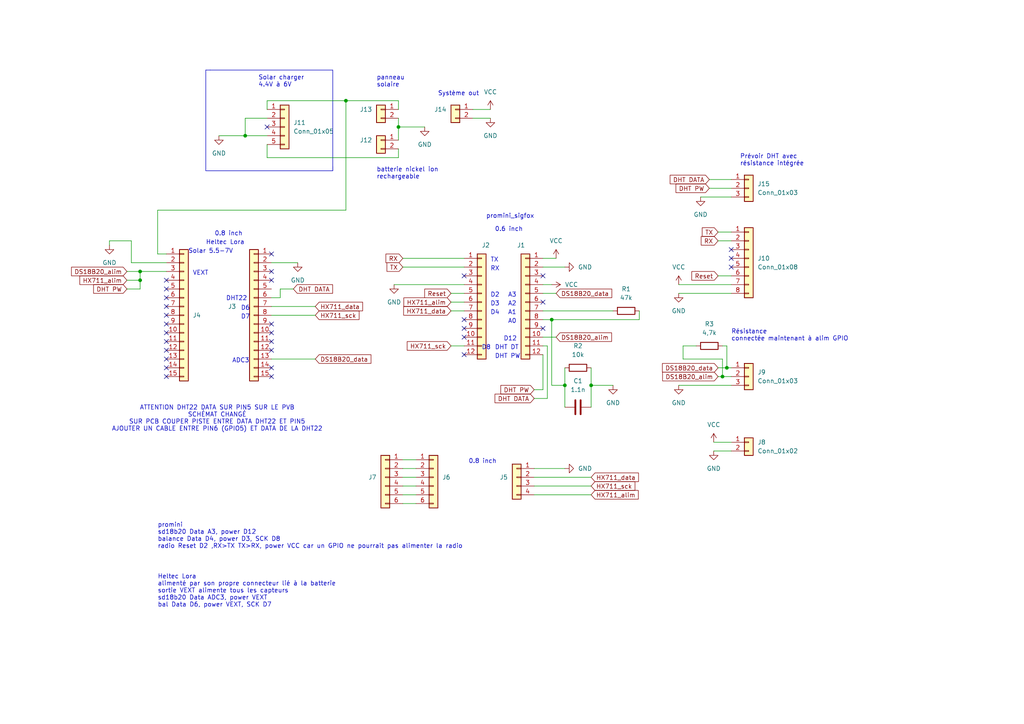
<source format=kicad_sch>
(kicad_sch (version 20231120) (generator "eeschema") (generator_version "8.0")
  (paper "A4")
  (title_block (date "sam. 04 avril 2015"))
  (lib_symbols
    (symbol "Connector_Generic:Conn_01x02" (pin_names (offset 1.016) hide)
      (property "Reference" "J" (at 0 2.54 0))
      (property "Value" "Conn_01x02" (at 0 -5.08 0))
      (symbol "Conn_01x02_1_1"
        (rectangle (start -1.27 -2.413) (end 0 -2.667) (stroke (width 0.1524)))
        (rectangle (start -1.27 0.127) (end 0 -0.127) (stroke (width 0.1524)))
        (rectangle (start -1.27 1.27) (end 1.27 -3.81) (stroke (width 0.254)) (fill (type background)))
        (pin passive line (at -5.08 0 0) (length 3.81) (name "Pin_1") (number "1"))
        (pin passive line (at -5.08 -2.54 0) (length 3.81) (name "Pin_2") (number "2"))
      )
    )
    (symbol "Connector_Generic:Conn_01x03" (pin_names (offset 1.016) hide)
      (property "Reference" "J" (at 0 5.08 0))
      (property "Value" "Conn_01x03" (at 0 -5.08 0))
      (symbol "Conn_01x03_1_1"
        (rectangle (start -1.27 -2.413) (end 0 -2.667) (stroke (width 0.1524)))
        (rectangle (start -1.27 0.127) (end 0 -0.127) (stroke (width 0.1524)))
        (rectangle (start -1.27 2.667) (end 0 2.413) (stroke (width 0.1524)))
        (rectangle (start -1.27 3.81) (end 1.27 -3.81) (stroke (width 0.254)) (fill (type background)))
        (pin passive line (at -5.08 2.54 0) (length 3.81) (name "Pin_1") (number "1"))
        (pin passive line (at -5.08 0 0) (length 3.81) (name "Pin_2") (number "2"))
        (pin passive line (at -5.08 -2.54 0) (length 3.81) (name "Pin_3") (number "3"))
      )
    )
    (symbol "Connector_Generic:Conn_01x04" (pin_names (offset 1.016) hide)
      (property "Reference" "J" (at 0 5.08 0))
      (property "Value" "Conn_01x04" (at 0 -7.62 0))
      (symbol "Conn_01x04_1_1"
        (rectangle (start -1.27 -4.953) (end 0 -5.207) (stroke (width 0.1524)))
        (rectangle (start -1.27 -2.413) (end 0 -2.667) (stroke (width 0.1524)))
        (rectangle (start -1.27 0.127) (end 0 -0.127) (stroke (width 0.1524)))
        (rectangle (start -1.27 2.667) (end 0 2.413) (stroke (width 0.1524)))
        (rectangle (start -1.27 3.81) (end 1.27 -6.35) (stroke (width 0.254)) (fill (type background)))
        (pin passive line (at -5.08 2.54 0) (length 3.81) (name "Pin_1") (number "1"))
        (pin passive line (at -5.08 0 0) (length 3.81) (name "Pin_2") (number "2"))
        (pin passive line (at -5.08 -2.54 0) (length 3.81) (name "Pin_3") (number "3"))
        (pin passive line (at -5.08 -5.08 0) (length 3.81) (name "Pin_4") (number "4"))
      )
    )
    (symbol "Connector_Generic:Conn_01x05" (pin_names (offset 1.016) hide)
      (property "Reference" "J" (at 0 7.62 0))
      (property "Value" "Conn_01x05" (at 0 -7.62 0))
      (symbol "Conn_01x05_1_1"
        (rectangle (start -1.27 -4.953) (end 0 -5.207) (stroke (width 0.1524)))
        (rectangle (start -1.27 -2.413) (end 0 -2.667) (stroke (width 0.1524)))
        (rectangle (start -1.27 0.127) (end 0 -0.127) (stroke (width 0.1524)))
        (rectangle (start -1.27 2.667) (end 0 2.413) (stroke (width 0.1524)))
        (rectangle (start -1.27 5.207) (end 0 4.953) (stroke (width 0.1524)))
        (rectangle (start -1.27 6.35) (end 1.27 -6.35) (stroke (width 0.254)) (fill (type background)))
        (pin passive line (at -5.08 5.08 0) (length 3.81) (name "Pin_1") (number "1"))
        (pin passive line (at -5.08 2.54 0) (length 3.81) (name "Pin_2") (number "2"))
        (pin passive line (at -5.08 0 0) (length 3.81) (name "Pin_3") (number "3"))
        (pin passive line (at -5.08 -2.54 0) (length 3.81) (name "Pin_4") (number "4"))
        (pin passive line (at -5.08 -5.08 0) (length 3.81) (name "Pin_5") (number "5"))
      )
    )
    (symbol "Connector_Generic:Conn_01x06" (pin_names (offset 1.016) hide)
      (property "Reference" "J" (at 0 7.62 0))
      (property "Value" "Conn_01x06" (at 0 -10.16 0))
      (symbol "Conn_01x06_1_1"
        (rectangle (start -1.27 -7.493) (end 0 -7.747) (stroke (width 0.1524)))
        (rectangle (start -1.27 -4.953) (end 0 -5.207) (stroke (width 0.1524)))
        (rectangle (start -1.27 -2.413) (end 0 -2.667) (stroke (width 0.1524)))
        (rectangle (start -1.27 0.127) (end 0 -0.127) (stroke (width 0.1524)))
        (rectangle (start -1.27 2.667) (end 0 2.413) (stroke (width 0.1524)))
        (rectangle (start -1.27 5.207) (end 0 4.953) (stroke (width 0.1524)))
        (rectangle (start -1.27 6.35) (end 1.27 -8.89) (stroke (width 0.254)) (fill (type background)))
        (pin passive line (at -5.08 5.08 0) (length 3.81) (name "Pin_1") (number "1"))
        (pin passive line (at -5.08 2.54 0) (length 3.81) (name "Pin_2") (number "2"))
        (pin passive line (at -5.08 0 0) (length 3.81) (name "Pin_3") (number "3"))
        (pin passive line (at -5.08 -2.54 0) (length 3.81) (name "Pin_4") (number "4"))
        (pin passive line (at -5.08 -5.08 0) (length 3.81) (name "Pin_5") (number "5"))
        (pin passive line (at -5.08 -7.62 0) (length 3.81) (name "Pin_6") (number "6"))
      )
    )
    (symbol "Connector_Generic:Conn_01x08" (pin_names (offset 1.016) hide)
      (property "Reference" "J" (at 0 10.16 0))
      (property "Value" "Conn_01x08" (at 0 -12.7 0))
      (symbol "Conn_01x08_1_1"
        (rectangle (start -1.27 -10.033) (end 0 -10.287) (stroke (width 0.1524)))
        (rectangle (start -1.27 -7.493) (end 0 -7.747) (stroke (width 0.1524)))
        (rectangle (start -1.27 -4.953) (end 0 -5.207) (stroke (width 0.1524)))
        (rectangle (start -1.27 -2.413) (end 0 -2.667) (stroke (width 0.1524)))
        (rectangle (start -1.27 0.127) (end 0 -0.127) (stroke (width 0.1524)))
        (rectangle (start -1.27 2.667) (end 0 2.413) (stroke (width 0.1524)))
        (rectangle (start -1.27 5.207) (end 0 4.953) (stroke (width 0.1524)))
        (rectangle (start -1.27 7.747) (end 0 7.493) (stroke (width 0.1524)))
        (rectangle (start -1.27 8.89) (end 1.27 -11.43) (stroke (width 0.254)) (fill (type background)))
        (pin passive line (at -5.08 7.62 0) (length 3.81) (name "Pin_1") (number "1"))
        (pin passive line (at -5.08 5.08 0) (length 3.81) (name "Pin_2") (number "2"))
        (pin passive line (at -5.08 2.54 0) (length 3.81) (name "Pin_3") (number "3"))
        (pin passive line (at -5.08 0 0) (length 3.81) (name "Pin_4") (number "4"))
        (pin passive line (at -5.08 -2.54 0) (length 3.81) (name "Pin_5") (number "5"))
        (pin passive line (at -5.08 -5.08 0) (length 3.81) (name "Pin_6") (number "6"))
        (pin passive line (at -5.08 -7.62 0) (length 3.81) (name "Pin_7") (number "7"))
        (pin passive line (at -5.08 -10.16 0) (length 3.81) (name "Pin_8") (number "8"))
      )
    )
    (symbol "Connector_Generic:Conn_01x12" (pin_names (offset 1.016) hide)
      (property "Reference" "J" (at 0 15.24 0))
      (property "Value" "Conn_01x12" (at 0 -17.78 0))
      (symbol "Conn_01x12_1_1"
        (rectangle (start -1.27 -15.113) (end 0 -15.367) (stroke (width 0.1524)))
        (rectangle (start -1.27 -12.573) (end 0 -12.827) (stroke (width 0.1524)))
        (rectangle (start -1.27 -10.033) (end 0 -10.287) (stroke (width 0.1524)))
        (rectangle (start -1.27 -7.493) (end 0 -7.747) (stroke (width 0.1524)))
        (rectangle (start -1.27 -4.953) (end 0 -5.207) (stroke (width 0.1524)))
        (rectangle (start -1.27 -2.413) (end 0 -2.667) (stroke (width 0.1524)))
        (rectangle (start -1.27 0.127) (end 0 -0.127) (stroke (width 0.1524)))
        (rectangle (start -1.27 2.667) (end 0 2.413) (stroke (width 0.1524)))
        (rectangle (start -1.27 5.207) (end 0 4.953) (stroke (width 0.1524)))
        (rectangle (start -1.27 7.747) (end 0 7.493) (stroke (width 0.1524)))
        (rectangle (start -1.27 10.287) (end 0 10.033) (stroke (width 0.1524)))
        (rectangle (start -1.27 12.827) (end 0 12.573) (stroke (width 0.1524)))
        (rectangle (start -1.27 13.97) (end 1.27 -16.51) (stroke (width 0.254)) (fill (type background)))
        (pin passive line (at -5.08 12.7 0) (length 3.81) (name "Pin_1") (number "1"))
        (pin passive line (at -5.08 -10.16 0) (length 3.81) (name "Pin_10") (number "10"))
        (pin passive line (at -5.08 -12.7 0) (length 3.81) (name "Pin_11") (number "11"))
        (pin passive line (at -5.08 -15.24 0) (length 3.81) (name "Pin_12") (number "12"))
        (pin passive line (at -5.08 10.16 0) (length 3.81) (name "Pin_2") (number "2"))
        (pin passive line (at -5.08 7.62 0) (length 3.81) (name "Pin_3") (number "3"))
        (pin passive line (at -5.08 5.08 0) (length 3.81) (name "Pin_4") (number "4"))
        (pin passive line (at -5.08 2.54 0) (length 3.81) (name "Pin_5") (number "5"))
        (pin passive line (at -5.08 0 0) (length 3.81) (name "Pin_6") (number "6"))
        (pin passive line (at -5.08 -2.54 0) (length 3.81) (name "Pin_7") (number "7"))
        (pin passive line (at -5.08 -5.08 0) (length 3.81) (name "Pin_8") (number "8"))
        (pin passive line (at -5.08 -7.62 0) (length 3.81) (name "Pin_9") (number "9"))
      )
    )
    (symbol "Connector_Generic:Conn_01x15" (pin_names (offset 1.016) hide)
      (property "Reference" "J" (at 0 20.32 0))
      (property "Value" "Conn_01x15" (at 0 -20.32 0))
      (symbol "Conn_01x15_1_1"
        (rectangle (start -1.27 -17.653) (end 0 -17.907) (stroke (width 0.1524)))
        (rectangle (start -1.27 -15.113) (end 0 -15.367) (stroke (width 0.1524)))
        (rectangle (start -1.27 -12.573) (end 0 -12.827) (stroke (width 0.1524)))
        (rectangle (start -1.27 -10.033) (end 0 -10.287) (stroke (width 0.1524)))
        (rectangle (start -1.27 -7.493) (end 0 -7.747) (stroke (width 0.1524)))
        (rectangle (start -1.27 -4.953) (end 0 -5.207) (stroke (width 0.1524)))
        (rectangle (start -1.27 -2.413) (end 0 -2.667) (stroke (width 0.1524)))
        (rectangle (start -1.27 0.127) (end 0 -0.127) (stroke (width 0.1524)))
        (rectangle (start -1.27 2.667) (end 0 2.413) (stroke (width 0.1524)))
        (rectangle (start -1.27 5.207) (end 0 4.953) (stroke (width 0.1524)))
        (rectangle (start -1.27 7.747) (end 0 7.493) (stroke (width 0.1524)))
        (rectangle (start -1.27 10.287) (end 0 10.033) (stroke (width 0.1524)))
        (rectangle (start -1.27 12.827) (end 0 12.573) (stroke (width 0.1524)))
        (rectangle (start -1.27 15.367) (end 0 15.113) (stroke (width 0.1524)))
        (rectangle (start -1.27 17.907) (end 0 17.653) (stroke (width 0.1524)))
        (rectangle (start -1.27 19.05) (end 1.27 -19.05) (stroke (width 0.254)) (fill (type background)))
        (pin passive line (at -5.08 17.78 0) (length 3.81) (name "Pin_1") (number "1"))
        (pin passive line (at -5.08 -5.08 0) (length 3.81) (name "Pin_10") (number "10"))
        (pin passive line (at -5.08 -7.62 0) (length 3.81) (name "Pin_11") (number "11"))
        (pin passive line (at -5.08 -10.16 0) (length 3.81) (name "Pin_12") (number "12"))
        (pin passive line (at -5.08 -12.7 0) (length 3.81) (name "Pin_13") (number "13"))
        (pin passive line (at -5.08 -15.24 0) (length 3.81) (name "Pin_14") (number "14"))
        (pin passive line (at -5.08 -17.78 0) (length 3.81) (name "Pin_15") (number "15"))
        (pin passive line (at -5.08 15.24 0) (length 3.81) (name "Pin_2") (number "2"))
        (pin passive line (at -5.08 12.7 0) (length 3.81) (name "Pin_3") (number "3"))
        (pin passive line (at -5.08 10.16 0) (length 3.81) (name "Pin_4") (number "4"))
        (pin passive line (at -5.08 7.62 0) (length 3.81) (name "Pin_5") (number "5"))
        (pin passive line (at -5.08 5.08 0) (length 3.81) (name "Pin_6") (number "6"))
        (pin passive line (at -5.08 2.54 0) (length 3.81) (name "Pin_7") (number "7"))
        (pin passive line (at -5.08 0 0) (length 3.81) (name "Pin_8") (number "8"))
        (pin passive line (at -5.08 -2.54 0) (length 3.81) (name "Pin_9") (number "9"))
      )
    )
    (symbol "Device:C" (pin_numbers hide) (pin_names (offset 0.254))
      (property "Reference" "C" (at 0.635 2.54 0))
      (property "Value" "C" (at 0.635 -2.54 0))
      (symbol "C_0_1"
        (polyline (pts (xy -2.032 -0.762) (xy 2.032 -0.762)) (stroke (width 0.508)))
        (polyline (pts (xy -2.032 0.762) (xy 2.032 0.762)) (stroke (width 0.508)))
      )
      (symbol "C_1_1"
        (pin passive line (at 0 3.81 270) (length 2.794) (name "~") (number "1"))
        (pin passive line (at 0 -3.81 90) (length 2.794) (name "~") (number "2"))
      )
    )
    (symbol "Device:R" (pin_numbers hide) (pin_names (offset 0))
      (property "Reference" "R" (at 2.032 0 90))
      (property "Value" "R" (at 0 0 90))
      (symbol "R_0_1"
        (rectangle (start -1.016 -2.54) (end 1.016 2.54) (stroke (width 0.254)))
      )
      (symbol "R_1_1"
        (pin passive line (at 0 3.81 270) (length 1.27) (name "~") (number "1"))
        (pin passive line (at 0 -3.81 90) (length 1.27) (name "~") (number "2"))
      )
    )
    (symbol "GND_1" (power) (pin_names (offset 0))
      (property "Value" "GND_1" (at 0 -3.81 0))
      (symbol "GND_1_0_1"
        (polyline (pts (xy 0 0) (xy 0 -1.27) (xy 1.27 -1.27) (xy 0 -2.54) (xy -1.27 -1.27) (xy 0 -1.27)))
      )
      (symbol "GND_1_1_1"
        (pin power_in line (at 0 0 270) (length 0) hide (name "GND") (number "1"))
      )
    )
    (symbol "VCC_1" (power) (pin_names (offset 0))
      (property "Value" "VCC_1" (at 0 3.81 0))
      (symbol "VCC_1_0_1"
        (polyline (pts (xy -0.762 1.27) (xy 0 2.54)))
        (polyline (pts (xy 0 0) (xy 0 2.54)))
        (polyline (pts (xy 0 2.54) (xy 0.762 1.27)))
      )
      (symbol "VCC_1_1_1"
        (pin power_in line (at 0 0 90) (length 0) hide (name "VCC") (number "1"))
      )
    )
    (symbol "power:GND" (power) (pin_names (offset 0))
      (property "Value" "GND" (at 0 -3.81 0))
      (symbol "GND_0_1"
        (polyline (pts (xy 0 0) (xy 0 -1.27) (xy 1.27 -1.27) (xy 0 -2.54) (xy -1.27 -1.27) (xy 0 -1.27)))
      )
      (symbol "GND_1_1"
        (pin power_in line (at 0 0 270) (length 0) hide (name "GND") (number "1"))
      )
    )
    (symbol "power:VCC" (power) (pin_names (offset 0))
      (property "Value" "VCC" (at 0 3.81 0))
      (symbol "VCC_0_1"
        (polyline (pts (xy -0.762 1.27) (xy 0 2.54)))
        (polyline (pts (xy 0 0) (xy 0 2.54)))
        (polyline (pts (xy 0 2.54) (xy 0.762 1.27)))
      )
      (symbol "VCC_1_1"
        (pin power_in line (at 0 0 90) (length 0) hide (name "VCC") (number "1"))
      )
    )
  )
  (junction (at 115.57 36.83))
  (junction (at 210.82 106.68))
  (junction (at 160.02 92.71))
  (junction (at 100.33 29.21))
  (junction (at 40.64 81.28))
  (junction (at 171.45 111.76))
  (junction (at 40.64 78.74))
  (junction (at 163.83 111.76))
  (junction (at 71.12 39.37))
  (junction (at 209.55 109.22))
  (no_connect (at 48.26 86.36))
  (no_connect (at 78.74 99.06))
  (no_connect (at 78.74 96.52))
  (no_connect (at 134.62 92.71))
  (no_connect (at 78.74 81.28))
  (no_connect (at 48.26 99.06))
  (no_connect (at 48.26 83.82))
  (no_connect (at 78.74 109.22))
  (no_connect (at 157.48 80.01))
  (no_connect (at 78.74 93.98))
  (no_connect (at 48.26 101.6))
  (no_connect (at 212.09 72.39))
  (no_connect (at 48.26 106.68))
  (no_connect (at 48.26 109.22))
  (no_connect (at 78.74 106.68))
  (no_connect (at 48.26 96.52))
  (no_connect (at 134.62 102.87))
  (no_connect (at 157.48 87.63))
  (no_connect (at 48.26 91.44))
  (no_connect (at 78.74 73.66))
  (no_connect (at 134.62 95.25))
  (no_connect (at 48.26 104.14))
  (no_connect (at 48.26 81.28))
  (no_connect (at 134.62 97.79))
  (no_connect (at 78.74 101.6))
  (no_connect (at 48.26 93.98))
  (no_connect (at 77.47 36.83))
  (no_connect (at 157.48 95.25))
  (no_connect (at 134.62 80.01))
  (no_connect (at 212.09 77.47))
  (no_connect (at 78.74 78.74))
  (no_connect (at 48.26 88.9))
  (no_connect (at 212.09 74.93))
  (wire (pts (xy 157.48 97.79) (xy 161.29 97.79)))
  (wire (pts (xy 77.47 29.21) (xy 77.47 31.75)))
  (wire (pts (xy 40.64 78.74) (xy 48.26 78.74)))
  (wire (pts (xy 81.28 83.82) (xy 81.28 86.36)))
  (wire (pts (xy 116.84 143.51) (xy 120.65 143.51)))
  (wire (pts (xy 36.83 83.82) (xy 40.64 83.82)))
  (wire (pts (xy 45.72 73.66) (xy 48.26 73.66)))
  (wire (pts (xy 205.74 54.61) (xy 212.09 54.61)))
  (wire (pts (xy 114.3 82.55) (xy 134.62 82.55)))
  (wire (pts (xy 157.48 85.09) (xy 161.29 85.09)))
  (wire (pts (xy 163.83 111.76) (xy 163.83 118.11)))
  (wire (pts (xy 77.47 41.91) (xy 77.47 45.72)))
  (wire (pts (xy 36.83 78.74) (xy 40.64 78.74)))
  (polyline (pts (xy 59.69 49.53) (xy 96.52 49.53)))
  (wire (pts (xy 154.94 135.89) (xy 163.83 135.89)))
  (polyline (pts (xy 60.96 20.32) (xy 96.52 20.32)))
  (wire (pts (xy 100.33 60.96) (xy 45.72 60.96)))
  (wire (pts (xy 209.55 104.14) (xy 209.55 109.22)))
  (wire (pts (xy 116.84 74.93) (xy 134.62 74.93)))
  (wire (pts (xy 100.33 29.21) (xy 100.33 60.96)))
  (wire (pts (xy 198.12 100.33) (xy 198.12 104.14)))
  (wire (pts (xy 160.02 92.71) (xy 160.02 111.76)))
  (wire (pts (xy 116.84 140.97) (xy 120.65 140.97)))
  (wire (pts (xy 208.28 67.31) (xy 212.09 67.31)))
  (wire (pts (xy 38.1 69.85) (xy 31.75 69.85)))
  (wire (pts (xy 31.75 69.85) (xy 31.75 71.12)))
  (wire (pts (xy 205.74 52.07) (xy 212.09 52.07)))
  (wire (pts (xy 157.48 82.55) (xy 160.02 82.55)))
  (wire (pts (xy 115.57 36.83) (xy 123.19 36.83)))
  (wire (pts (xy 207.01 130.81) (xy 212.09 130.81)))
  (wire (pts (xy 63.5 39.37) (xy 71.12 39.37)))
  (wire (pts (xy 81.28 86.36) (xy 78.74 86.36)))
  (wire (pts (xy 115.57 29.21) (xy 100.33 29.21)))
  (wire (pts (xy 210.82 106.68) (xy 212.09 106.68)))
  (wire (pts (xy 157.48 92.71) (xy 160.02 92.71)))
  (wire (pts (xy 40.64 83.82) (xy 40.64 81.28)))
  (wire (pts (xy 116.84 135.89) (xy 120.65 135.89)))
  (wire (pts (xy 160.02 111.76) (xy 163.83 111.76)))
  (wire (pts (xy 115.57 34.29) (xy 115.57 36.83)))
  (wire (pts (xy 130.81 90.17) (xy 134.62 90.17)))
  (wire (pts (xy 115.57 36.83) (xy 115.57 40.64)))
  (wire (pts (xy 45.72 60.96) (xy 45.72 73.66)))
  (wire (pts (xy 71.12 34.29) (xy 71.12 39.37)))
  (wire (pts (xy 196.85 82.55) (xy 212.09 82.55)))
  (wire (pts (xy 203.2 57.15) (xy 212.09 57.15)))
  (wire (pts (xy 157.48 102.87) (xy 157.48 113.03)))
  (wire (pts (xy 130.81 85.09) (xy 134.62 85.09)))
  (wire (pts (xy 198.12 104.14) (xy 209.55 104.14)))
  (wire (pts (xy 130.81 87.63) (xy 134.62 87.63)))
  (wire (pts (xy 115.57 45.72) (xy 77.47 45.72)))
  (wire (pts (xy 208.28 69.85) (xy 212.09 69.85)))
  (wire (pts (xy 209.55 109.22) (xy 212.09 109.22)))
  (wire (pts (xy 38.1 76.2) (xy 38.1 69.85)))
  (wire (pts (xy 77.47 34.29) (xy 71.12 34.29)))
  (wire (pts (xy 137.16 34.29) (xy 142.24 34.29)))
  (wire (pts (xy 208.28 109.22) (xy 209.55 109.22)))
  (wire (pts (xy 185.42 92.71) (xy 185.42 90.17)))
  (wire (pts (xy 157.48 113.03) (xy 154.94 113.03)))
  (wire (pts (xy 130.81 100.33) (xy 134.62 100.33)))
  (wire (pts (xy 157.48 77.47) (xy 163.83 77.47)))
  (wire (pts (xy 115.57 43.18) (xy 115.57 45.72)))
  (wire (pts (xy 154.94 138.43) (xy 171.45 138.43)))
  (wire (pts (xy 116.84 146.05) (xy 120.65 146.05)))
  (wire (pts (xy 115.57 31.75) (xy 115.57 29.21)))
  (wire (pts (xy 116.84 133.35) (xy 120.65 133.35)))
  (wire (pts (xy 40.64 81.28) (xy 40.64 78.74)))
  (wire (pts (xy 158.75 115.57) (xy 154.94 115.57)))
  (wire (pts (xy 209.55 100.33) (xy 210.82 100.33)))
  (wire (pts (xy 154.94 143.51) (xy 171.45 143.51)))
  (wire (pts (xy 198.12 100.33) (xy 201.93 100.33)))
  (polyline (pts (xy 59.69 20.32) (xy 60.96 20.32)))
  (wire (pts (xy 85.09 83.82) (xy 81.28 83.82)))
  (wire (pts (xy 116.84 138.43) (xy 120.65 138.43)))
  (wire (pts (xy 157.48 90.17) (xy 177.8 90.17)))
  (wire (pts (xy 160.02 92.71) (xy 185.42 92.71)))
  (wire (pts (xy 210.82 100.33) (xy 210.82 106.68)))
  (wire (pts (xy 78.74 76.2) (xy 86.36 76.2)))
  (wire (pts (xy 36.83 81.28) (xy 40.64 81.28)))
  (wire (pts (xy 78.74 104.14) (xy 91.44 104.14)))
  (wire (pts (xy 78.74 88.9) (xy 91.44 88.9)))
  (wire (pts (xy 71.12 39.37) (xy 77.47 39.37)))
  (polyline (pts (xy 96.52 49.53) (xy 96.52 48.26)))
  (wire (pts (xy 171.45 106.68) (xy 171.45 111.76)))
  (wire (pts (xy 208.28 106.68) (xy 210.82 106.68)))
  (wire (pts (xy 171.45 111.76) (xy 171.45 118.11)))
  (wire (pts (xy 157.48 100.33) (xy 158.75 100.33)))
  (wire (pts (xy 207.01 128.27) (xy 212.09 128.27)))
  (wire (pts (xy 154.94 140.97) (xy 171.45 140.97)))
  (wire (pts (xy 48.26 76.2) (xy 38.1 76.2)))
  (polyline (pts (xy 59.69 49.53) (xy 59.69 20.32)))
  (wire (pts (xy 171.45 111.76) (xy 177.8 111.76)))
  (wire (pts (xy 208.28 80.01) (xy 212.09 80.01)))
  (wire (pts (xy 163.83 106.68) (xy 163.83 111.76)))
  (wire (pts (xy 196.85 111.76) (xy 212.09 111.76)))
  (wire (pts (xy 137.16 31.75) (xy 142.24 31.75)))
  (polyline (pts (xy 96.52 20.32) (xy 96.52 49.53)))
  (wire (pts (xy 100.33 29.21) (xy 77.47 29.21)))
  (wire (pts (xy 157.48 74.93) (xy 161.29 74.93)))
  (wire (pts (xy 196.85 85.09) (xy 212.09 85.09)))
  (wire (pts (xy 158.75 100.33) (xy 158.75 115.57)))
  (wire (pts (xy 116.84 77.47) (xy 134.62 77.47)))
  (wire (pts (xy 78.74 91.44) (xy 91.44 91.44)))
  (text "ATTENTION DHT22 DATA SUR PIN5 SUR LE PVB\nSCHÉMAT CHANGÉ\nSUR PCB COUPER PISTE ENTRE DATA DHT22 ET PIN5\nAJOUTER UN CABLE ENTRE PIN6 (GPIO5) ET DATA DE LA DHT22" (at 62.992 121.412 0) (effects (font (size 1.27 1.27))))
  (text "Solar charger\n4.4V à 6V" (at 74.93 25.4 0) (effects (font (size 1.27 1.27)) (justify left bottom)))
  (text "Système out" (at 127 27.94 0) (effects (font (size 1.27 1.27)) (justify left bottom)))
  (text "A1" (at 147.32 91.44 0) (effects (font (size 1.27 1.27)) (justify left bottom)))
  (text "D4" (at 142.24 91.44 0) (effects (font (size 1.27 1.27)) (justify left bottom)))
  (text "Solar 5.5-7V" (at 54.61 73.66 0) (effects (font (size 1.27 1.27)) (justify left bottom)))
  (text "RX" (at 142.24 78.74 0) (effects (font (size 1.27 1.27)) (justify left bottom)))
  (text "DHT DT" (at 143.51 101.6 0) (effects (font (size 1.27 1.27)) (justify left bottom)))
  (text "D3" (at 142.24 88.9 0) (effects (font (size 1.27 1.27)) (justify left bottom)))
  (text "D6" (at 69.85 90.17 0) (effects (font (size 1.27 1.27)) (justify left bottom)))
  (text "0.8 inch" (at 135.89 134.62 0) (effects (font (size 1.27 1.27)) (justify left bottom)))
  (text "D8" (at 139.7 101.6 0) (effects (font (size 1.27 1.27)) (justify left bottom)))
  (text "Résistance\nconnectée maintenant à alim GPIO" (at 212.09 99.06 0) (effects (font (size 1.27 1.27)) (justify left bottom)))
  (text "TX" (at 142.24 76.2 0) (effects (font (size 1.27 1.27)) (justify left bottom)))
  (text "DHT22" (at 65.532 87.376 0) (effects (font (size 1.27 1.27)) (justify left bottom)))
  (text "Heltec Lora\nalimenté par son propre connecteur lié à la batterie\nsortie VEXT alimente tous les capteurs\nsd18b20 Data ADC3, power VEXT\nbal Data D6, power VEXT, SCK D7\n\n\n" (at 45.72 180.34 0) (effects (font (size 1.27 1.27)) (justify left bottom)))
  (text "A3" (at 147.32 86.36 0) (effects (font (size 1.27 1.27)) (justify left bottom)))
  (text "0.8 inch" (at 62.23 68.58 0) (effects (font (size 1.27 1.27)) (justify left bottom)))
  (text "Heltec Lora" (at 59.69 71.12 0) (effects (font (size 1.27 1.27)) (justify left bottom)))
  (text "DHT PW" (at 143.51 104.14 0) (effects (font (size 1.27 1.27)) (justify left bottom)))
  (text "A2" (at 147.32 88.9 0) (effects (font (size 1.27 1.27)) (justify left bottom)))
  (text "promini_sigfox" (at 140.97 63.5 0) (effects (font (size 1.27 1.27)) (justify left bottom)))
  (text "D2" (at 142.24 86.36 0) (effects (font (size 1.27 1.27)) (justify left bottom)))
  (text "ADC3" (at 67.31 105.41 0) (effects (font (size 1.27 1.27)) (justify left bottom)))
  (text "VEXT" (at 55.88 80.01 0) (effects (font (size 1.27 1.27)) (justify left bottom)))
  (text "D12" (at 146.05 99.06 0) (effects (font (size 1.27 1.27)) (justify left bottom)))
  (text "0.6 inch" (at 143.51 67.31 0) (effects (font (size 1.27 1.27)) (justify left bottom)))
  (text "batterie nickel ion\nrechargeable" (at 109.22 52.07 0) (effects (font (size 1.27 1.27)) (justify left bottom)))
  (text "Prévoir DHT avec \nrésistance intégrée" (at 214.63 48.26 0) (effects (font (size 1.27 1.27)) (justify left bottom)))
  (text "D7" (at 69.85 92.71 0) (effects (font (size 1.27 1.27)) (justify left bottom)))
  (text "A0" (at 147.32 93.98 0) (effects (font (size 1.27 1.27)) (justify left bottom)))
  (text "panneau\nsolaire" (at 109.22 25.4 0) (effects (font (size 1.27 1.27)) (justify left bottom)))
  (text "promini\nsd18b20 Data A3, power D12\nbalance Data D4, power D3, SCK D8\nradio Reset D2 ,RX>TX TX>RX, power VCC car un GPIO ne pourrait pas alimenter la radio\n\n" (at 45.72 161.29 0) (effects (font (size 1.27 1.27)) (justify left bottom)))
  (global_label "RX" (shape input) (at 116.84 74.93 180) (property "Intersheetrefs" "${INTERSHEET_REFS}" (effects (hide yes))))
  (global_label "DS18B20_data" (shape input) (at 91.44 104.14 0) (property "Intersheetrefs" "${INTERSHEET_REFS}" (effects (hide yes))))
  (global_label "Reset" (shape input) (at 208.28 80.01 180) (property "Intersheetrefs" "${INTERSHEET_REFS}" (effects (hide yes))))
  (global_label "HX711_sck" (shape input) (at 171.45 140.97 0) (property "Intersheetrefs" "${INTERSHEET_REFS}" (effects (hide yes))))
  (global_label "DHT DATA" (shape input) (at 85.09 83.82 0) (property "Intersheetrefs" "${INTERSHEET_REFS}" (effects (hide yes))))
  (global_label "TX" (shape input) (at 116.84 77.47 180) (property "Intersheetrefs" "${INTERSHEET_REFS}" (effects (hide yes))))
  (global_label "DHT PW" (shape input) (at 205.74 54.61 180) (property "Intersheetrefs" "${INTERSHEET_REFS}" (effects (hide yes))))
  (global_label "HX711_alim" (shape input) (at 130.81 87.63 180) (property "Intersheetrefs" "${INTERSHEET_REFS}" (effects (hide yes))))
  (global_label "HX711_data" (shape input) (at 91.44 88.9 0) (property "Intersheetrefs" "${INTERSHEET_REFS}" (effects (hide yes))))
  (global_label "HX711_alim" (shape input) (at 36.83 81.28 180) (property "Intersheetrefs" "${INTERSHEET_REFS}" (effects (hide yes))))
  (global_label "HX711_sck" (shape input) (at 130.81 100.33 180) (property "Intersheetrefs" "${INTERSHEET_REFS}" (effects (hide yes))))
  (global_label "DHT PW" (shape input) (at 36.83 83.82 180) (property "Intersheetrefs" "${INTERSHEET_REFS}" (effects (hide yes))))
  (global_label "DS18B20_data" (shape input) (at 208.28 106.68 180) (property "Intersheetrefs" "${INTERSHEET_REFS}" (effects (hide yes))))
  (global_label "HX711_data" (shape input) (at 130.81 90.17 180) (property "Intersheetrefs" "${INTERSHEET_REFS}" (effects (hide yes))))
  (global_label "DHT DATA" (shape input) (at 154.94 115.57 180) (property "Intersheetrefs" "${INTERSHEET_REFS}" (effects (hide yes))))
  (global_label "HX711_sck" (shape input) (at 91.44 91.44 0) (property "Intersheetrefs" "${INTERSHEET_REFS}" (effects (hide yes))))
  (global_label "DS18B20_alim" (shape input) (at 161.29 97.79 0) (property "Intersheetrefs" "${INTERSHEET_REFS}" (effects (hide yes))))
  (global_label "HX711_data" (shape input) (at 171.45 138.43 0) (property "Intersheetrefs" "${INTERSHEET_REFS}" (effects (hide yes))))
  (global_label "DS18B20_alim" (shape input) (at 208.28 109.22 180) (property "Intersheetrefs" "${INTERSHEET_REFS}" (effects (hide yes))))
  (global_label "HX711_alim" (shape input) (at 171.45 143.51 0) (property "Intersheetrefs" "${INTERSHEET_REFS}" (effects (hide yes))))
  (global_label "DS18B20_alim" (shape input) (at 36.83 78.74 180) (property "Intersheetrefs" "${INTERSHEET_REFS}" (effects (hide yes))))
  (global_label "DHT DATA" (shape input) (at 205.74 52.07 180) (property "Intersheetrefs" "${INTERSHEET_REFS}" (effects (hide yes))))
  (global_label "RX" (shape input) (at 208.28 69.85 180) (property "Intersheetrefs" "${INTERSHEET_REFS}" (effects (hide yes))))
  (global_label "Reset" (shape input) (at 130.81 85.09 180) (property "Intersheetrefs" "${INTERSHEET_REFS}" (effects (hide yes))))
  (global_label "TX" (shape input) (at 208.28 67.31 180) (property "Intersheetrefs" "${INTERSHEET_REFS}" (effects (hide yes))))
  (global_label "DS18B20_data" (shape input) (at 161.29 85.09 0) (property "Intersheetrefs" "${INTERSHEET_REFS}" (effects (hide yes))))
  (global_label "DHT PW" (shape input) (at 154.94 113.03 180) (property "Intersheetrefs" "${INTERSHEET_REFS}" (effects (hide yes))))
  (symbol (lib_id "Connector_Generic:Conn_01x03") (at 217.17 54.61 0) (unit 1)
    (property "Reference" "J15" (at 219.71 53.34 0) (effects (justify left)))
    (property "Value" "Conn_01x03" (at 219.71 55.88 0) (effects (justify left)))
    (property "Footprint" "Connector_PinHeader_2.54mm:PinHeader_1x03_P2.54mm_Vertical" (effects (hide yes)))
  )
  (symbol (lib_name "GND_1") (lib_id "power:GND") (at 203.2 57.15 0) (unit 1)
    (property "Reference" "#PWR018" (effects (hide yes)))
    (property "Value" "GND" (at 203.2 62.23 0))
  )
  (symbol (lib_id "Device:C") (at 167.64 118.11 90) (unit 1)
    (property "Reference" "C1" (at 167.64 110.49 90))
    (property "Value" "1.1n" (at 167.64 113.03 90))
    (property "Footprint" "Capacitor_SMD:C_0603_1608Metric_Pad1.08x0.95mm_HandSolder" (effects (hide yes)))
  )
  (symbol (lib_name "VCC_1") (lib_id "power:VCC") (at 207.01 128.27 0) (unit 1)
    (property "Reference" "#PWR012" (effects (hide yes)))
    (property "Value" "VCC" (at 207.01 123.19 0))
  )
  (symbol (lib_name "GND_1") (lib_id "power:GND") (at 123.19 36.83 0) (unit 1)
    (property "Reference" "#PWR014" (effects (hide yes)))
    (property "Value" "GND" (at 123.19 41.91 0))
  )
  (symbol (lib_name "VCC_1") (lib_id "power:VCC") (at 196.85 82.55 0) (unit 1)
    (property "Reference" "#PWR01" (effects (hide yes)))
    (property "Value" "VCC" (at 196.85 77.47 0))
  )
  (symbol (lib_name "GND_1") (lib_id "power:GND") (at 142.24 34.29 0) (unit 1)
    (property "Reference" "#PWR016" (effects (hide yes)))
    (property "Value" "GND" (at 142.24 39.37 0))
  )
  (symbol (lib_id "power:GND") (at 163.83 77.47 90) (unit 1)
    (property "Reference" "#PWR04" (effects (hide yes)))
    (property "Value" "GND" (at 167.64 77.47 90) (effects (justify right)))
  )
  (symbol (lib_id "Connector_Generic:Conn_01x15") (at 53.34 91.44 0) (unit 1)
    (property "Reference" "J4" (at 55.88 91.44 0) (effects (justify left)))
    (property "Value" "Conn_01x15" (effects (hide yes)))
    (property "Footprint" "Connector_PinSocket_2.54mm:PinSocket_1x15_P2.54mm_Vertical" (effects (hide yes)))
  )
  (symbol (lib_id "Connector_Generic:Conn_01x08") (at 217.17 74.93 0) (unit 1)
    (property "Reference" "J10" (at 219.71 74.93 0) (effects (justify left)))
    (property "Value" "Conn_01x08" (at 219.71 77.47 0) (effects (justify left)))
    (property "Footprint" "Connector_PinSocket_2.54mm:PinSocket_1x08_P2.54mm_Vertical" (effects (hide yes)))
  )
  (symbol (lib_name "GND_1") (lib_id "power:GND") (at 207.01 130.81 0) (unit 1)
    (property "Reference" "#PWR013" (effects (hide yes)))
    (property "Value" "GND" (at 207.01 135.89 0))
  )
  (symbol (lib_id "Connector_Generic:Conn_01x03") (at 217.17 109.22 0) (unit 1)
    (property "Reference" "J9" (at 219.71 107.95 0) (effects (justify left)))
    (property "Value" "Conn_01x03" (at 219.71 110.49 0) (effects (justify left)))
    (property "Footprint" "Connector_PinHeader_2.54mm:PinHeader_1x03_P2.54mm_Vertical" (effects (hide yes)))
  )
  (symbol (lib_id "Connector_Generic:Conn_01x05") (at 82.55 36.83 0) (unit 1)
    (property "Reference" "J11" (at 85.09 35.56 0) (effects (justify left)))
    (property "Value" "Conn_01x05" (at 85.09 38.1 0) (effects (justify left)))
    (property "Footprint" "Connector_PinSocket_2.54mm:PinSocket_1x05_P2.54mm_Vertical" (effects (hide yes)))
  )
  (symbol (lib_id "Connector_Generic:Conn_01x02") (at 217.17 128.27 0) (unit 1)
    (property "Reference" "J8" (at 219.71 128.27 0) (effects (justify left)))
    (property "Value" "Conn_01x02" (at 219.71 130.81 0) (effects (justify left)))
    (property "Footprint" "Connector_PinHeader_2.54mm:PinHeader_1x02_P2.54mm_Vertical" (effects (hide yes)))
  )
  (symbol (lib_id "Device:R") (at 205.74 100.33 90) (unit 1)
    (property "Reference" "R3" (at 205.74 93.98 90))
    (property "Value" "4,7k" (at 205.74 96.52 90))
    (property "Footprint" "Resistor_SMD:R_0603_1608Metric_Pad0.98x0.95mm_HandSolder" (effects (hide yes)))
  )
  (symbol (lib_id "Connector_Generic:Conn_01x02") (at 132.08 31.75 0) (mirror y) (unit 1)
    (property "Reference" "J14" (at 129.54 31.75 0) (effects (justify left)))
    (property "Value" "Conn_01x02" (effects (hide yes)))
    (property "Footprint" "Connector_PinHeader_2.54mm:PinHeader_1x02_P2.54mm_Vertical" (effects (hide yes)))
  )
  (symbol (lib_id "Connector_Generic:Conn_01x15") (at 73.66 91.44 0) (mirror y) (unit 1)
    (property "Reference" "J3" (at 67.31 88.9 0))
    (property "Value" "Conn_01x15" (effects (hide yes)))
    (property "Footprint" "Connector_PinSocket_2.54mm:PinSocket_1x15_P2.54mm_Vertical" (effects (hide yes)))
  )
  (symbol (lib_name "VCC_1") (lib_id "power:VCC") (at 142.24 31.75 0) (unit 1)
    (property "Reference" "#PWR015" (effects (hide yes)))
    (property "Value" "VCC" (at 142.24 26.67 0))
  )
  (symbol (lib_name "GND_1") (lib_id "power:GND") (at 63.5 39.37 0) (unit 1)
    (property "Reference" "#PWR017" (effects (hide yes)))
    (property "Value" "GND" (at 63.5 44.45 0))
  )
  (symbol (lib_id "power:GND") (at 86.36 76.2 0) (unit 1)
    (property "Reference" "#PWR011" (effects (hide yes)))
    (property "Value" "GND" (at 86.36 81.28 0))
  )
  (symbol (lib_name "GND_1") (lib_id "power:GND") (at 196.85 111.76 0) (unit 1)
    (property "Reference" "#PWR08" (effects (hide yes)))
    (property "Value" "GND" (at 196.85 116.84 0))
  )
  (symbol (lib_id "Connector_Generic:Conn_01x02") (at 110.49 40.64 0) (mirror y) (unit 1)
    (property "Reference" "J12" (at 107.95 40.64 0) (effects (justify left)))
    (property "Value" "Conn_01x02" (effects (hide yes)))
    (property "Footprint" "Connector_PinHeader_2.54mm:PinHeader_1x02_P2.54mm_Vertical" (effects (hide yes)))
  )
  (symbol (lib_id "Device:R") (at 181.61 90.17 90) (unit 1)
    (property "Reference" "R1" (at 181.61 83.82 90))
    (property "Value" "47k" (at 181.61 86.36 90))
    (property "Footprint" "Resistor_SMD:R_0603_1608Metric_Pad0.98x0.95mm_HandSolder" (effects (hide yes)))
  )
  (symbol (lib_id "Connector_Generic:Conn_01x12") (at 139.7 87.63 0) (unit 1)
    (property "Reference" "J2" (at 139.7 71.12 0) (effects (justify left)))
    (property "Value" "Conn_01x12" (effects (hide yes)))
    (property "Footprint" "Connector_PinSocket_2.54mm:PinSocket_1x12_P2.54mm_Vertical" (effects (hide yes)))
  )
  (symbol (lib_id "Connector_Generic:Conn_01x04") (at 149.86 138.43 0) (mirror y) (unit 1)
    (property "Reference" "J5" (at 147.32 138.43 0) (effects (justify left)))
    (property "Value" "Conn_01x04" (effects (hide yes)))
    (property "Footprint" "Connector_PinSocket_2.54mm:PinSocket_1x04_P2.54mm_Vertical" (effects (hide yes)))
  )
  (symbol (lib_id "power:VCC") (at 160.02 82.55 270) (unit 1)
    (property "Reference" "#PWR05" (effects (hide yes)))
    (property "Value" "VCC" (at 163.83 82.55 90) (effects (justify left)))
  )
  (symbol (lib_id "power:VCC") (at 161.29 74.93 0) (unit 1)
    (property "Reference" "#PWR06" (effects (hide yes)))
    (property "Value" "VCC" (at 161.29 69.85 0))
  )
  (symbol (lib_id "Device:R") (at 167.64 106.68 90) (unit 1)
    (property "Reference" "R2" (at 167.64 100.33 90))
    (property "Value" "10k" (at 167.64 102.87 90))
    (property "Footprint" "Resistor_SMD:R_0603_1608Metric_Pad0.98x0.95mm_HandSolder" (effects (hide yes)))
  )
  (symbol (lib_id "power:GND") (at 114.3 82.55 0) (unit 1)
    (property "Reference" "#PWR03" (effects (hide yes)))
    (property "Value" "GND" (at 114.3 87.63 0))
  )
  (symbol (lib_id "Connector_Generic:Conn_01x06") (at 111.76 138.43 0) (mirror y) (unit 1)
    (property "Reference" "J7" (at 109.22 138.43 0) (effects (justify left)))
    (property "Value" "Conn_01x06" (effects (hide yes)))
    (property "Footprint" "Connector_PinHeader_2.54mm:PinHeader_1x06_P2.54mm_Vertical" (effects (hide yes)))
  )
  (symbol (lib_id "Connector_Generic:Conn_01x06") (at 125.73 138.43 0) (unit 1)
    (property "Reference" "J6" (at 128.27 138.43 0) (effects (justify left)))
    (property "Value" "Conn_01x06" (effects (hide yes)))
    (property "Footprint" "Connector_PinSocket_2.54mm:PinSocket_1x06_P2.54mm_Vertical" (effects (hide yes)))
  )
  (symbol (lib_id "power:GND") (at 177.8 111.76 0) (unit 1)
    (property "Reference" "#PWR010" (effects (hide yes)))
    (property "Value" "GND" (at 177.8 116.84 0))
  )
  (symbol (lib_id "Connector_Generic:Conn_01x02") (at 110.49 31.75 0) (mirror y) (unit 1)
    (property "Reference" "J13" (at 107.95 31.75 0) (effects (justify left)))
    (property "Value" "Conn_01x02" (effects (hide yes)))
    (property "Footprint" "Connector_PinHeader_2.54mm:PinHeader_1x02_P2.54mm_Vertical" (effects (hide yes)))
  )
  (symbol (lib_name "GND_1") (lib_id "power:GND") (at 163.83 135.89 90) (unit 1)
    (property "Reference" "#PWR09" (effects (hide yes)))
    (property "Value" "GND" (at 167.64 135.89 90) (effects (justify right)))
  )
  (symbol (lib_name "GND_1") (lib_id "power:GND") (at 196.85 85.09 0) (unit 1)
    (property "Reference" "#PWR02" (effects (hide yes)))
    (property "Value" "GND" (at 196.85 90.17 0))
  )
  (symbol (lib_id "Connector_Generic:Conn_01x12") (at 152.4 87.63 0) (mirror y) (unit 1)
    (property "Reference" "J1" (at 151.13 71.12 0))
    (property "Value" "Conn_01x12" (effects (hide yes)))
    (property "Footprint" "Connector_PinSocket_2.54mm:PinSocket_1x12_P2.54mm_Vertical" (effects (hide yes)))
  )
  (symbol (lib_id "power:GND") (at 31.75 71.12 0) (unit 1)
    (property "Reference" "#PWR07" (effects (hide yes)))
    (property "Value" "GND" (at 31.75 76.2 0))
  )
)
</source>
